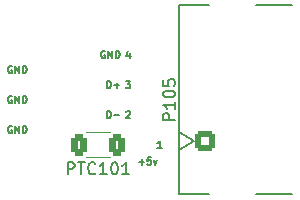
<source format=gbr>
G04 #@! TF.GenerationSoftware,KiCad,Pcbnew,8.0.6*
G04 #@! TF.CreationDate,2025-01-19T08:52:11-05:00*
G04 #@! TF.ProjectId,usbabrkout,75736261-6272-46b6-9f75-742e6b696361,v1.0.0*
G04 #@! TF.SameCoordinates,Original*
G04 #@! TF.FileFunction,Legend,Top*
G04 #@! TF.FilePolarity,Positive*
%FSLAX46Y46*%
G04 Gerber Fmt 4.6, Leading zero omitted, Abs format (unit mm)*
G04 Created by KiCad (PCBNEW 8.0.6) date 2025-01-19 08:52:11*
%MOMM*%
%LPD*%
G01*
G04 APERTURE LIST*
G04 Aperture macros list*
%AMRoundRect*
0 Rectangle with rounded corners*
0 $1 Rounding radius*
0 $2 $3 $4 $5 $6 $7 $8 $9 X,Y pos of 4 corners*
0 Add a 4 corners polygon primitive as box body*
4,1,4,$2,$3,$4,$5,$6,$7,$8,$9,$2,$3,0*
0 Add four circle primitives for the rounded corners*
1,1,$1+$1,$2,$3*
1,1,$1+$1,$4,$5*
1,1,$1+$1,$6,$7*
1,1,$1+$1,$8,$9*
0 Add four rect primitives between the rounded corners*
20,1,$1+$1,$2,$3,$4,$5,0*
20,1,$1+$1,$4,$5,$6,$7,0*
20,1,$1+$1,$6,$7,$8,$9,0*
20,1,$1+$1,$8,$9,$2,$3,0*%
G04 Aperture macros list end*
%ADD10C,0.127000*%
%ADD11C,0.150000*%
%ADD12C,0.120000*%
%ADD13C,3.276600*%
%ADD14RoundRect,0.265385X0.610915X-0.610915X0.610915X0.610915X-0.610915X0.610915X-0.610915X-0.610915X0*%
%ADD15C,1.752600*%
%ADD16C,4.701600*%
%ADD17C,1.117600*%
%ADD18C,1.625600*%
%ADD19RoundRect,0.271167X-0.379633X-0.629633X0.379633X-0.629633X0.379633X0.629633X-0.379633X0.629633X0*%
G04 APERTURE END LIST*
D10*
X132403019Y-98759538D02*
X132345877Y-98730967D01*
X132345877Y-98730967D02*
X132260162Y-98730967D01*
X132260162Y-98730967D02*
X132174448Y-98759538D01*
X132174448Y-98759538D02*
X132117305Y-98816681D01*
X132117305Y-98816681D02*
X132088734Y-98873824D01*
X132088734Y-98873824D02*
X132060162Y-98988110D01*
X132060162Y-98988110D02*
X132060162Y-99073824D01*
X132060162Y-99073824D02*
X132088734Y-99188110D01*
X132088734Y-99188110D02*
X132117305Y-99245253D01*
X132117305Y-99245253D02*
X132174448Y-99302396D01*
X132174448Y-99302396D02*
X132260162Y-99330967D01*
X132260162Y-99330967D02*
X132317305Y-99330967D01*
X132317305Y-99330967D02*
X132403019Y-99302396D01*
X132403019Y-99302396D02*
X132431591Y-99273824D01*
X132431591Y-99273824D02*
X132431591Y-99073824D01*
X132431591Y-99073824D02*
X132317305Y-99073824D01*
X132688734Y-99330967D02*
X132688734Y-98730967D01*
X132688734Y-98730967D02*
X133031591Y-99330967D01*
X133031591Y-99330967D02*
X133031591Y-98730967D01*
X133317305Y-99330967D02*
X133317305Y-98730967D01*
X133317305Y-98730967D02*
X133460162Y-98730967D01*
X133460162Y-98730967D02*
X133545876Y-98759538D01*
X133545876Y-98759538D02*
X133603019Y-98816681D01*
X133603019Y-98816681D02*
X133631590Y-98873824D01*
X133631590Y-98873824D02*
X133660162Y-98988110D01*
X133660162Y-98988110D02*
X133660162Y-99073824D01*
X133660162Y-99073824D02*
X133631590Y-99188110D01*
X133631590Y-99188110D02*
X133603019Y-99245253D01*
X133603019Y-99245253D02*
X133545876Y-99302396D01*
X133545876Y-99302396D02*
X133460162Y-99330967D01*
X133460162Y-99330967D02*
X133317305Y-99330967D01*
X132403019Y-101299538D02*
X132345877Y-101270967D01*
X132345877Y-101270967D02*
X132260162Y-101270967D01*
X132260162Y-101270967D02*
X132174448Y-101299538D01*
X132174448Y-101299538D02*
X132117305Y-101356681D01*
X132117305Y-101356681D02*
X132088734Y-101413824D01*
X132088734Y-101413824D02*
X132060162Y-101528110D01*
X132060162Y-101528110D02*
X132060162Y-101613824D01*
X132060162Y-101613824D02*
X132088734Y-101728110D01*
X132088734Y-101728110D02*
X132117305Y-101785253D01*
X132117305Y-101785253D02*
X132174448Y-101842396D01*
X132174448Y-101842396D02*
X132260162Y-101870967D01*
X132260162Y-101870967D02*
X132317305Y-101870967D01*
X132317305Y-101870967D02*
X132403019Y-101842396D01*
X132403019Y-101842396D02*
X132431591Y-101813824D01*
X132431591Y-101813824D02*
X132431591Y-101613824D01*
X132431591Y-101613824D02*
X132317305Y-101613824D01*
X132688734Y-101870967D02*
X132688734Y-101270967D01*
X132688734Y-101270967D02*
X133031591Y-101870967D01*
X133031591Y-101870967D02*
X133031591Y-101270967D01*
X133317305Y-101870967D02*
X133317305Y-101270967D01*
X133317305Y-101270967D02*
X133460162Y-101270967D01*
X133460162Y-101270967D02*
X133545876Y-101299538D01*
X133545876Y-101299538D02*
X133603019Y-101356681D01*
X133603019Y-101356681D02*
X133631590Y-101413824D01*
X133631590Y-101413824D02*
X133660162Y-101528110D01*
X133660162Y-101528110D02*
X133660162Y-101613824D01*
X133660162Y-101613824D02*
X133631590Y-101728110D01*
X133631590Y-101728110D02*
X133603019Y-101785253D01*
X133603019Y-101785253D02*
X133545876Y-101842396D01*
X133545876Y-101842396D02*
X133460162Y-101870967D01*
X133460162Y-101870967D02*
X133317305Y-101870967D01*
X132403019Y-103839538D02*
X132345877Y-103810967D01*
X132345877Y-103810967D02*
X132260162Y-103810967D01*
X132260162Y-103810967D02*
X132174448Y-103839538D01*
X132174448Y-103839538D02*
X132117305Y-103896681D01*
X132117305Y-103896681D02*
X132088734Y-103953824D01*
X132088734Y-103953824D02*
X132060162Y-104068110D01*
X132060162Y-104068110D02*
X132060162Y-104153824D01*
X132060162Y-104153824D02*
X132088734Y-104268110D01*
X132088734Y-104268110D02*
X132117305Y-104325253D01*
X132117305Y-104325253D02*
X132174448Y-104382396D01*
X132174448Y-104382396D02*
X132260162Y-104410967D01*
X132260162Y-104410967D02*
X132317305Y-104410967D01*
X132317305Y-104410967D02*
X132403019Y-104382396D01*
X132403019Y-104382396D02*
X132431591Y-104353824D01*
X132431591Y-104353824D02*
X132431591Y-104153824D01*
X132431591Y-104153824D02*
X132317305Y-104153824D01*
X132688734Y-104410967D02*
X132688734Y-103810967D01*
X132688734Y-103810967D02*
X133031591Y-104410967D01*
X133031591Y-104410967D02*
X133031591Y-103810967D01*
X133317305Y-104410967D02*
X133317305Y-103810967D01*
X133317305Y-103810967D02*
X133460162Y-103810967D01*
X133460162Y-103810967D02*
X133545876Y-103839538D01*
X133545876Y-103839538D02*
X133603019Y-103896681D01*
X133603019Y-103896681D02*
X133631590Y-103953824D01*
X133631590Y-103953824D02*
X133660162Y-104068110D01*
X133660162Y-104068110D02*
X133660162Y-104153824D01*
X133660162Y-104153824D02*
X133631590Y-104268110D01*
X133631590Y-104268110D02*
X133603019Y-104325253D01*
X133603019Y-104325253D02*
X133545876Y-104382396D01*
X133545876Y-104382396D02*
X133460162Y-104410967D01*
X133460162Y-104410967D02*
X133317305Y-104410967D01*
X140277019Y-97489538D02*
X140219877Y-97460967D01*
X140219877Y-97460967D02*
X140134162Y-97460967D01*
X140134162Y-97460967D02*
X140048448Y-97489538D01*
X140048448Y-97489538D02*
X139991305Y-97546681D01*
X139991305Y-97546681D02*
X139962734Y-97603824D01*
X139962734Y-97603824D02*
X139934162Y-97718110D01*
X139934162Y-97718110D02*
X139934162Y-97803824D01*
X139934162Y-97803824D02*
X139962734Y-97918110D01*
X139962734Y-97918110D02*
X139991305Y-97975253D01*
X139991305Y-97975253D02*
X140048448Y-98032396D01*
X140048448Y-98032396D02*
X140134162Y-98060967D01*
X140134162Y-98060967D02*
X140191305Y-98060967D01*
X140191305Y-98060967D02*
X140277019Y-98032396D01*
X140277019Y-98032396D02*
X140305591Y-98003824D01*
X140305591Y-98003824D02*
X140305591Y-97803824D01*
X140305591Y-97803824D02*
X140191305Y-97803824D01*
X140562734Y-98060967D02*
X140562734Y-97460967D01*
X140562734Y-97460967D02*
X140905591Y-98060967D01*
X140905591Y-98060967D02*
X140905591Y-97460967D01*
X141191305Y-98060967D02*
X141191305Y-97460967D01*
X141191305Y-97460967D02*
X141334162Y-97460967D01*
X141334162Y-97460967D02*
X141419876Y-97489538D01*
X141419876Y-97489538D02*
X141477019Y-97546681D01*
X141477019Y-97546681D02*
X141505590Y-97603824D01*
X141505590Y-97603824D02*
X141534162Y-97718110D01*
X141534162Y-97718110D02*
X141534162Y-97803824D01*
X141534162Y-97803824D02*
X141505590Y-97918110D01*
X141505590Y-97918110D02*
X141477019Y-97975253D01*
X141477019Y-97975253D02*
X141419876Y-98032396D01*
X141419876Y-98032396D02*
X141334162Y-98060967D01*
X141334162Y-98060967D02*
X141191305Y-98060967D01*
X145066694Y-105680967D02*
X144723837Y-105680967D01*
X144895266Y-105680967D02*
X144895266Y-105080967D01*
X144895266Y-105080967D02*
X144838123Y-105166681D01*
X144838123Y-105166681D02*
X144780980Y-105223824D01*
X144780980Y-105223824D02*
X144723837Y-105252396D01*
X142080304Y-102598110D02*
X142108876Y-102569538D01*
X142108876Y-102569538D02*
X142166019Y-102540967D01*
X142166019Y-102540967D02*
X142308876Y-102540967D01*
X142308876Y-102540967D02*
X142366019Y-102569538D01*
X142366019Y-102569538D02*
X142394590Y-102598110D01*
X142394590Y-102598110D02*
X142423161Y-102655253D01*
X142423161Y-102655253D02*
X142423161Y-102712396D01*
X142423161Y-102712396D02*
X142394590Y-102798110D01*
X142394590Y-102798110D02*
X142051733Y-103140967D01*
X142051733Y-103140967D02*
X142423161Y-103140967D01*
X142051733Y-100000967D02*
X142423161Y-100000967D01*
X142423161Y-100000967D02*
X142223161Y-100229538D01*
X142223161Y-100229538D02*
X142308876Y-100229538D01*
X142308876Y-100229538D02*
X142366019Y-100258110D01*
X142366019Y-100258110D02*
X142394590Y-100286681D01*
X142394590Y-100286681D02*
X142423161Y-100343824D01*
X142423161Y-100343824D02*
X142423161Y-100486681D01*
X142423161Y-100486681D02*
X142394590Y-100543824D01*
X142394590Y-100543824D02*
X142366019Y-100572396D01*
X142366019Y-100572396D02*
X142308876Y-100600967D01*
X142308876Y-100600967D02*
X142137447Y-100600967D01*
X142137447Y-100600967D02*
X142080304Y-100572396D01*
X142080304Y-100572396D02*
X142051733Y-100543824D01*
X142366019Y-97660967D02*
X142366019Y-98060967D01*
X142223161Y-97432396D02*
X142080304Y-97860967D01*
X142080304Y-97860967D02*
X142451733Y-97860967D01*
X140448448Y-100600967D02*
X140448448Y-100000967D01*
X140448448Y-100000967D02*
X140591305Y-100000967D01*
X140591305Y-100000967D02*
X140677019Y-100029538D01*
X140677019Y-100029538D02*
X140734162Y-100086681D01*
X140734162Y-100086681D02*
X140762733Y-100143824D01*
X140762733Y-100143824D02*
X140791305Y-100258110D01*
X140791305Y-100258110D02*
X140791305Y-100343824D01*
X140791305Y-100343824D02*
X140762733Y-100458110D01*
X140762733Y-100458110D02*
X140734162Y-100515253D01*
X140734162Y-100515253D02*
X140677019Y-100572396D01*
X140677019Y-100572396D02*
X140591305Y-100600967D01*
X140591305Y-100600967D02*
X140448448Y-100600967D01*
X141048448Y-100372396D02*
X141505591Y-100372396D01*
X141277019Y-100600967D02*
X141277019Y-100143824D01*
X140448448Y-103140967D02*
X140448448Y-102540967D01*
X140448448Y-102540967D02*
X140591305Y-102540967D01*
X140591305Y-102540967D02*
X140677019Y-102569538D01*
X140677019Y-102569538D02*
X140734162Y-102626681D01*
X140734162Y-102626681D02*
X140762733Y-102683824D01*
X140762733Y-102683824D02*
X140791305Y-102798110D01*
X140791305Y-102798110D02*
X140791305Y-102883824D01*
X140791305Y-102883824D02*
X140762733Y-102998110D01*
X140762733Y-102998110D02*
X140734162Y-103055253D01*
X140734162Y-103055253D02*
X140677019Y-103112396D01*
X140677019Y-103112396D02*
X140591305Y-103140967D01*
X140591305Y-103140967D02*
X140448448Y-103140967D01*
X141048448Y-102912396D02*
X141505591Y-102912396D01*
X143148143Y-106849396D02*
X143605286Y-106849396D01*
X143376714Y-107077967D02*
X143376714Y-106620824D01*
X144176714Y-106477967D02*
X143891000Y-106477967D01*
X143891000Y-106477967D02*
X143862428Y-106763681D01*
X143862428Y-106763681D02*
X143891000Y-106735110D01*
X143891000Y-106735110D02*
X143948143Y-106706538D01*
X143948143Y-106706538D02*
X144091000Y-106706538D01*
X144091000Y-106706538D02*
X144148143Y-106735110D01*
X144148143Y-106735110D02*
X144176714Y-106763681D01*
X144176714Y-106763681D02*
X144205285Y-106820824D01*
X144205285Y-106820824D02*
X144205285Y-106963681D01*
X144205285Y-106963681D02*
X144176714Y-107020824D01*
X144176714Y-107020824D02*
X144148143Y-107049396D01*
X144148143Y-107049396D02*
X144091000Y-107077967D01*
X144091000Y-107077967D02*
X143948143Y-107077967D01*
X143948143Y-107077967D02*
X143891000Y-107049396D01*
X143891000Y-107049396D02*
X143862428Y-107020824D01*
X144405286Y-106677967D02*
X144548143Y-107077967D01*
X144548143Y-107077967D02*
X144691000Y-106677967D01*
D11*
X146204819Y-103290475D02*
X145204819Y-103290475D01*
X145204819Y-103290475D02*
X145204819Y-102909523D01*
X145204819Y-102909523D02*
X145252438Y-102814285D01*
X145252438Y-102814285D02*
X145300057Y-102766666D01*
X145300057Y-102766666D02*
X145395295Y-102719047D01*
X145395295Y-102719047D02*
X145538152Y-102719047D01*
X145538152Y-102719047D02*
X145633390Y-102766666D01*
X145633390Y-102766666D02*
X145681009Y-102814285D01*
X145681009Y-102814285D02*
X145728628Y-102909523D01*
X145728628Y-102909523D02*
X145728628Y-103290475D01*
X146204819Y-101766666D02*
X146204819Y-102338094D01*
X146204819Y-102052380D02*
X145204819Y-102052380D01*
X145204819Y-102052380D02*
X145347676Y-102147618D01*
X145347676Y-102147618D02*
X145442914Y-102242856D01*
X145442914Y-102242856D02*
X145490533Y-102338094D01*
X145204819Y-101147618D02*
X145204819Y-101052380D01*
X145204819Y-101052380D02*
X145252438Y-100957142D01*
X145252438Y-100957142D02*
X145300057Y-100909523D01*
X145300057Y-100909523D02*
X145395295Y-100861904D01*
X145395295Y-100861904D02*
X145585771Y-100814285D01*
X145585771Y-100814285D02*
X145823866Y-100814285D01*
X145823866Y-100814285D02*
X146014342Y-100861904D01*
X146014342Y-100861904D02*
X146109580Y-100909523D01*
X146109580Y-100909523D02*
X146157200Y-100957142D01*
X146157200Y-100957142D02*
X146204819Y-101052380D01*
X146204819Y-101052380D02*
X146204819Y-101147618D01*
X146204819Y-101147618D02*
X146157200Y-101242856D01*
X146157200Y-101242856D02*
X146109580Y-101290475D01*
X146109580Y-101290475D02*
X146014342Y-101338094D01*
X146014342Y-101338094D02*
X145823866Y-101385713D01*
X145823866Y-101385713D02*
X145585771Y-101385713D01*
X145585771Y-101385713D02*
X145395295Y-101338094D01*
X145395295Y-101338094D02*
X145300057Y-101290475D01*
X145300057Y-101290475D02*
X145252438Y-101242856D01*
X145252438Y-101242856D02*
X145204819Y-101147618D01*
X145204819Y-99909523D02*
X145204819Y-100385713D01*
X145204819Y-100385713D02*
X145681009Y-100433332D01*
X145681009Y-100433332D02*
X145633390Y-100385713D01*
X145633390Y-100385713D02*
X145585771Y-100290475D01*
X145585771Y-100290475D02*
X145585771Y-100052380D01*
X145585771Y-100052380D02*
X145633390Y-99957142D01*
X145633390Y-99957142D02*
X145681009Y-99909523D01*
X145681009Y-99909523D02*
X145776247Y-99861904D01*
X145776247Y-99861904D02*
X146014342Y-99861904D01*
X146014342Y-99861904D02*
X146109580Y-99909523D01*
X146109580Y-99909523D02*
X146157200Y-99957142D01*
X146157200Y-99957142D02*
X146204819Y-100052380D01*
X146204819Y-100052380D02*
X146204819Y-100290475D01*
X146204819Y-100290475D02*
X146157200Y-100385713D01*
X146157200Y-100385713D02*
X146109580Y-100433332D01*
X137128571Y-107896819D02*
X137128571Y-106896819D01*
X137128571Y-106896819D02*
X137509523Y-106896819D01*
X137509523Y-106896819D02*
X137604761Y-106944438D01*
X137604761Y-106944438D02*
X137652380Y-106992057D01*
X137652380Y-106992057D02*
X137699999Y-107087295D01*
X137699999Y-107087295D02*
X137699999Y-107230152D01*
X137699999Y-107230152D02*
X137652380Y-107325390D01*
X137652380Y-107325390D02*
X137604761Y-107373009D01*
X137604761Y-107373009D02*
X137509523Y-107420628D01*
X137509523Y-107420628D02*
X137128571Y-107420628D01*
X137985714Y-106896819D02*
X138557142Y-106896819D01*
X138271428Y-107896819D02*
X138271428Y-106896819D01*
X139461904Y-107801580D02*
X139414285Y-107849200D01*
X139414285Y-107849200D02*
X139271428Y-107896819D01*
X139271428Y-107896819D02*
X139176190Y-107896819D01*
X139176190Y-107896819D02*
X139033333Y-107849200D01*
X139033333Y-107849200D02*
X138938095Y-107753961D01*
X138938095Y-107753961D02*
X138890476Y-107658723D01*
X138890476Y-107658723D02*
X138842857Y-107468247D01*
X138842857Y-107468247D02*
X138842857Y-107325390D01*
X138842857Y-107325390D02*
X138890476Y-107134914D01*
X138890476Y-107134914D02*
X138938095Y-107039676D01*
X138938095Y-107039676D02*
X139033333Y-106944438D01*
X139033333Y-106944438D02*
X139176190Y-106896819D01*
X139176190Y-106896819D02*
X139271428Y-106896819D01*
X139271428Y-106896819D02*
X139414285Y-106944438D01*
X139414285Y-106944438D02*
X139461904Y-106992057D01*
X140414285Y-107896819D02*
X139842857Y-107896819D01*
X140128571Y-107896819D02*
X140128571Y-106896819D01*
X140128571Y-106896819D02*
X140033333Y-107039676D01*
X140033333Y-107039676D02*
X139938095Y-107134914D01*
X139938095Y-107134914D02*
X139842857Y-107182533D01*
X141033333Y-106896819D02*
X141128571Y-106896819D01*
X141128571Y-106896819D02*
X141223809Y-106944438D01*
X141223809Y-106944438D02*
X141271428Y-106992057D01*
X141271428Y-106992057D02*
X141319047Y-107087295D01*
X141319047Y-107087295D02*
X141366666Y-107277771D01*
X141366666Y-107277771D02*
X141366666Y-107515866D01*
X141366666Y-107515866D02*
X141319047Y-107706342D01*
X141319047Y-107706342D02*
X141271428Y-107801580D01*
X141271428Y-107801580D02*
X141223809Y-107849200D01*
X141223809Y-107849200D02*
X141128571Y-107896819D01*
X141128571Y-107896819D02*
X141033333Y-107896819D01*
X141033333Y-107896819D02*
X140938095Y-107849200D01*
X140938095Y-107849200D02*
X140890476Y-107801580D01*
X140890476Y-107801580D02*
X140842857Y-107706342D01*
X140842857Y-107706342D02*
X140795238Y-107515866D01*
X140795238Y-107515866D02*
X140795238Y-107277771D01*
X140795238Y-107277771D02*
X140842857Y-107087295D01*
X140842857Y-107087295D02*
X140890476Y-106992057D01*
X140890476Y-106992057D02*
X140938095Y-106944438D01*
X140938095Y-106944438D02*
X141033333Y-106896819D01*
X142319047Y-107896819D02*
X141747619Y-107896819D01*
X142033333Y-107896819D02*
X142033333Y-106896819D01*
X142033333Y-106896819D02*
X141938095Y-107039676D01*
X141938095Y-107039676D02*
X141842857Y-107134914D01*
X141842857Y-107134914D02*
X141747619Y-107182533D01*
X146510000Y-105862000D02*
X146510000Y-104338000D01*
X146510000Y-105862000D02*
X147780000Y-105100000D01*
X146550000Y-93600000D02*
X149100000Y-93600000D01*
X146550000Y-109600000D02*
X146550000Y-93600000D01*
X147780000Y-105100000D02*
X146510000Y-104338000D01*
X149100000Y-109600000D02*
X146550000Y-109600000D01*
X153060000Y-93600000D02*
X156126000Y-93600000D01*
X156126000Y-109600000D02*
X153060000Y-109600000D01*
D12*
X138700000Y-104340000D02*
X140700000Y-104340000D01*
X140700000Y-106480000D02*
X138700000Y-106480000D01*
%LPC*%
D13*
X132080000Y-95250000D03*
X132080000Y-107950000D03*
D14*
X148750000Y-105100000D03*
D15*
X148750000Y-102600000D03*
X148750000Y-100600000D03*
X148750000Y-98100000D03*
D16*
X151080000Y-108170000D03*
X151080000Y-95030000D03*
D17*
X129540000Y-101600000D03*
X134620000Y-101600000D03*
X134620000Y-99060000D03*
X134620000Y-104140000D03*
D18*
X143510000Y-105410000D03*
X143510000Y-102870000D03*
X143510000Y-100330000D03*
X143510000Y-97790000D03*
D19*
X138100000Y-105410000D03*
X141300000Y-105410000D03*
D18*
X139700000Y-101600000D03*
%LPD*%
M02*

</source>
